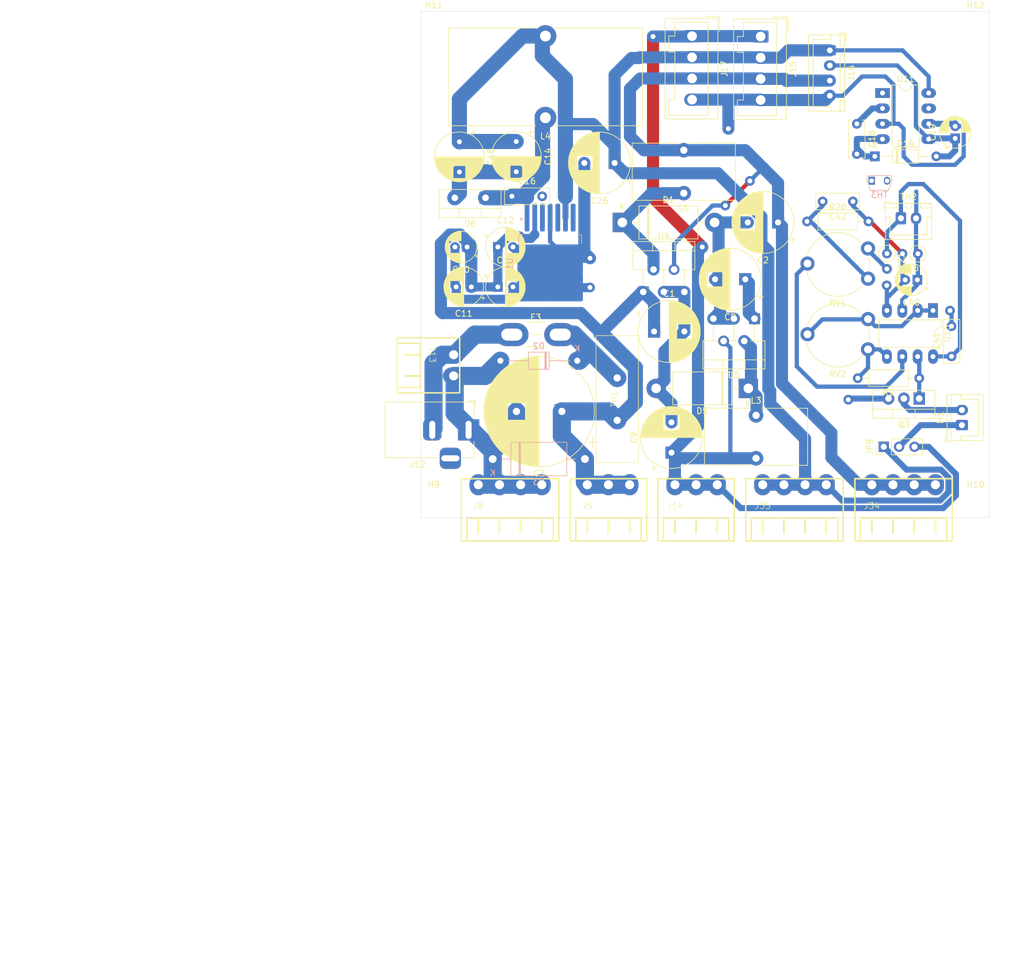
<source format=kicad_pcb>
(kicad_pcb
	(version 20240108)
	(generator "pcbnew")
	(generator_version "8.0")
	(general
		(thickness 1.6)
		(legacy_teardrops no)
	)
	(paper "A4")
	(layers
		(0 "F.Cu" signal)
		(1 "In1.Cu" signal)
		(2 "In2.Cu" signal)
		(31 "B.Cu" signal)
		(32 "B.Adhes" user "B.Adhesive")
		(33 "F.Adhes" user "F.Adhesive")
		(34 "B.Paste" user)
		(35 "F.Paste" user)
		(36 "B.SilkS" user "B.Silkscreen")
		(37 "F.SilkS" user "F.Silkscreen")
		(38 "B.Mask" user)
		(39 "F.Mask" user)
		(40 "Dwgs.User" user "User.Drawings")
		(41 "Cmts.User" user "User.Comments")
		(42 "Eco1.User" user "User.Eco1")
		(43 "Eco2.User" user "User.Eco2")
		(44 "Edge.Cuts" user)
		(45 "Margin" user)
		(46 "B.CrtYd" user "B.Courtyard")
		(47 "F.CrtYd" user "F.Courtyard")
		(48 "B.Fab" user)
		(49 "F.Fab" user)
		(50 "User.1" user)
		(51 "User.2" user)
		(52 "User.3" user)
		(53 "User.4" user)
		(54 "User.5" user)
		(55 "User.6" user)
		(56 "User.7" user)
		(57 "User.8" user)
		(58 "User.9" user)
	)
	(setup
		(stackup
			(layer "F.SilkS"
				(type "Top Silk Screen")
			)
			(layer "F.Paste"
				(type "Top Solder Paste")
			)
			(layer "F.Mask"
				(type "Top Solder Mask")
				(thickness 0.01)
			)
			(layer "F.Cu"
				(type "copper")
				(thickness 0.035)
			)
			(layer "dielectric 1"
				(type "prepreg")
				(thickness 0.1)
				(material "FR4")
				(epsilon_r 4.5)
				(loss_tangent 0.02)
			)
			(layer "In1.Cu"
				(type "copper")
				(thickness 0.035)
			)
			(layer "dielectric 2"
				(type "core")
				(thickness 1.24)
				(material "FR4")
				(epsilon_r 4.5)
				(loss_tangent 0.02)
			)
			(layer "In2.Cu"
				(type "copper")
				(thickness 0.035)
			)
			(layer "dielectric 3"
				(type "prepreg")
				(thickness 0.1)
				(material "FR4")
				(epsilon_r 4.5)
				(loss_tangent 0.02)
			)
			(layer "B.Cu"
				(type "copper")
				(thickness 0.035)
			)
			(layer "B.Mask"
				(type "Bottom Solder Mask")
				(thickness 0.01)
			)
			(layer "B.Paste"
				(type "Bottom Solder Paste")
			)
			(layer "B.SilkS"
				(type "Bottom Silk Screen")
				(color "Red")
			)
			(copper_finish "None")
			(dielectric_constraints no)
		)
		(pad_to_mask_clearance 0)
		(allow_soldermask_bridges_in_footprints no)
		(pcbplotparams
			(layerselection 0x00010fc_ffffffff)
			(plot_on_all_layers_selection 0x0000000_00000000)
			(disableapertmacros no)
			(usegerberextensions no)
			(usegerberattributes yes)
			(usegerberadvancedattributes yes)
			(creategerberjobfile yes)
			(dashed_line_dash_ratio 12.000000)
			(dashed_line_gap_ratio 3.000000)
			(svgprecision 4)
			(plotframeref no)
			(viasonmask no)
			(mode 1)
			(useauxorigin no)
			(hpglpennumber 1)
			(hpglpenspeed 20)
			(hpglpendiameter 15.000000)
			(pdf_front_fp_property_popups yes)
			(pdf_back_fp_property_popups yes)
			(dxfpolygonmode yes)
			(dxfimperialunits yes)
			(dxfusepcbnewfont yes)
			(psnegative no)
			(psa4output no)
			(plotreference yes)
			(plotvalue yes)
			(plotfptext yes)
			(plotinvisibletext no)
			(sketchpadsonfab no)
			(subtractmaskfromsilk no)
			(outputformat 1)
			(mirror no)
			(drillshape 1)
			(scaleselection 1)
			(outputdirectory "")
		)
	)
	(net 0 "")
	(net 1 "+5V")
	(net 2 "+24V filtered")
	(net 3 "GND")
	(net 4 "+3V3")
	(net 5 "+12V")
	(net 6 "Net-(D6-K)")
	(net 7 "Net-(U1-BOOT)")
	(net 8 "Net-(U11-CAP+)")
	(net 9 "Net-(D14-K)")
	(net 10 "-5V")
	(net 11 "Net-(D1-K)")
	(net 12 "Net-(D2-K)")
	(net 13 "Net-(D5-K)")
	(net 14 "+BATT")
	(net 15 "unconnected-(U1-EN-Pad7)")
	(net 16 "unconnected-(U1-NC-Pad5)")
	(net 17 "unconnected-(U11-OSC-Pad7)")
	(net 18 "unconnected-(U11-NC-Pad1)")
	(net 19 "Net-(U15A-+)")
	(net 20 "Net-(C42-Pad2)")
	(net 21 "Net-(JP8-C)")
	(net 22 "Net-(M1--)")
	(net 23 "Net-(Q3-G)")
	(net 24 "Net-(U15B-+)")
	(net 25 "Net-(R21-Pad2)")
	(net 26 "Net-(U15B--)")
	(net 27 "Net-(U15A--)")
	(footprint "Capacitor_THT:CP_Radial_D10.0mm_P5.00mm" (layer "F.Cu") (at 129.286 109.061993 90))
	(footprint "Capacitor_THT:CP_Radial_D10.0mm_P5.00mm" (layer "F.Cu") (at 126.410323 89.040962))
	(footprint "Diode_THT:D_DO-201AD_P15.24mm_Horizontal" (layer "F.Cu") (at 141.986 98.438962 180))
	(footprint "Potentiometer_THT:Potentiometer_Piher_PT-10-V10_Vertical" (layer "F.Cu") (at 161.757499 75.306462 180))
	(footprint "Connector_JST:JST_XH_B2B-XH-A_1x02_P2.50mm_Vertical" (layer "F.Cu") (at 177.275 104.514962 90))
	(footprint "Potentiometer_THT:Potentiometer_Piher_PT-10-V10_Vertical" (layer "F.Cu") (at 161.757499 86.990462 180))
	(footprint "Capacitor_THT:C_Disc_D6.0mm_W2.5mm_P5.00mm" (layer "F.Cu") (at 159.9057 54.702937 -90))
	(footprint "Package_TO_SOT_THT:TO-220-5_P3.4x3.7mm_StaggerOdd_Lead3.8mm_Vertical" (layer "F.Cu") (at 124.616 82.489962))
	(footprint "Resistor_THT:R_Axial_DIN0207_L6.3mm_D2.5mm_P2.54mm_Vertical" (layer "F.Cu") (at 169.994499 76.178462 180))
	(footprint "Package_TO_SOT_THT:TO-220-3_Vertical" (layer "F.Cu") (at 170.219499 100.125462 180))
	(footprint "Capacitor_THT:CP_Radial_D6.3mm_P2.50mm" (layer "F.Cu") (at 100.592664 75.064811))
	(footprint "MountingHole:MountingHole_2mm" (layer "F.Cu") (at 179.526 38.284962))
	(footprint "Package_DIP:DIP-8_W7.62mm_LongPads" (layer "F.Cu") (at 172.495499 85.561462 -90))
	(footprint "MountingHole:MountingHole_2mm" (layer "F.Cu") (at 90.026 117.534962))
	(footprint "custom-footprints1:WAGO 734-164 Print-Stiftleiste, Mini, RM 3,5, gewinkelt, 4-polig" (layer "F.Cu") (at 97.366 114.367462))
	(footprint "Capacitor_THT:CP_Radial_D18.0mm_P7.50mm"
		(layer "F.Cu")
		(uuid "3e12b180-088b-46cd-b5c6-9617c716b1a6")
		(at 111.17378 102.248962 180)
		(descr "CP, Radial series, Radial, pin pitch=7.50mm, , diameter=18mm, Electrolytic Capacitor")
		(tags "CP Radial series Radial pin pitch 7.50mm  diameter 18mm Electrolytic Capacitor")
		(property "Reference" "C3"
			(at 3.75 -10.25 0)
			(layer "F.SilkS")
			(uuid "c0dbac4b-d18d-44e0-abe6-6b3f876fe509")
			(effects
				(font
					(size 1 1)
					(thickness 0.15)
				)
			)
		)
		(property "Value" "2200uf"
			(at 3.75 10.25 0)
			(layer "F.Fab")
			(uuid "1f7d7bb5-f802-471e-8ae7-4e1a80563b95")
			(effects
				(font
					(size 1 1)
					(thickness 0.15)
				)
			)
		)
		(property "Footprint" "Capacitor_THT:CP_Radial_D18.0mm_P7.50mm"
			(at 0 0 180)
			(unlocked yes)
			(layer "F.Fab")
			(hide yes)
			(uuid "cd037e7c-88f5-4614-9539-47ece2e39e2f")
			(effects
				(font
					(size 1.27 1.27)
					(thickness 0.15)
				)
			)
		)
		(property "Datasheet" "https://www.reichelt.com/be/en/shop/product/elko_2200_f_35_v_105_c-166415"
			(at 0 0 180)
			(unlocked yes)
			(layer "F.Fab")
			(hide yes)
			(uuid "09c9c45c-cd56-4403-bd81-cc88382ef4e9")
			(effects
				(font
					(size 1.27 1.27)
					(thickness 0.15)
				)
			)
		)
		(property "Description" "Polarized capacitor"
			(at 0 0 180)
			(unlocked yes)
			(layer "F.Fab")
			(hide yes)
			(uuid "114210ba-bd57-4105-96f8-5187314aacb0")
			(effects
				(font
					(size 1.27 1.27)
					(thickness 0.15)
				)
			)
		)
		(property ki_fp_filters "CP_*")
		(path "/16680157-dcc5-42d4-8ccc-a59b4c4006fd")
		(sheetname "Root")
		(sheetfile "power-supply-board_v1.0.kicad_sch")
		(attr through_hole)
		(fp_line
			(start 12.87 -0.04)
			(end 12.87 0.04)
			(stroke
				(width 0.12)
				(type solid)
			)
			(layer "F.SilkS")
			(uuid "87732204-ffd3-4010-92fe-e84d597261db")
		)
		(fp_line
			(start 12.83 -0.814)
			(end 12.83 0.814)
			(stroke
				(width 0.12)
				(type solid)
			)
			(layer "F.SilkS")
			(uuid "18f893c9-7fff-4554-a0a6-9513f8452e28")
		)
		(fp_line
			(start 12.79 -1.166)
			(end 12.79 1.166)
			(stroke
				(width 0.12)
				(type solid)
			)
			(layer "F.SilkS")
			(uuid "2b52467b-0cfb-4412-b0ac-068e45849888")
		)
		(fp_line
			(start 12.75 -1.435)
			(end 12.75 1.435)
			(stroke
				(width 0.12)
				(type solid)
			)
			(layer "F.SilkS")
			(uuid "34e20984-e432-4254-860c-82b93de5475e")
		)
		(fp_line
			(start 12.71 -1.661)
			(end 12.71 1.661)
			(stroke
				(width 0.12)
				(type solid)
			)
			(layer "F.SilkS")
			(uuid "9e5473ed-98ba-43aa-9d6a-8eaabc33a9dc")
		)
		(fp_line
			(start 12.67 -1.86)
			(end 12.67 1.86)
			(stroke
				(width 0.12)
				(type solid)
			)
			(layer "F.SilkS")
			(uuid "08c8f39a-99ff-4afd-b845-1d83a6340213")
		)
		(fp_line
			(start 12.63 -2.039)
			(end 12.63 2.039)
			(stroke
				(width 0.12)
				(type solid)
			)
			(layer "F.SilkS")
			(uuid "d5eaf986-9534-4524-ad49-665dbecfec0f")
		)
		(fp_line
			(start 12.59 -2.203)
			(end 12.59 2.203)
			(stroke
				(width 0.12)
				(type solid)
			)
			(layer "F.SilkS")
			(uuid "5cf0b090-f6b4-43c7-a6ce-0f71cd8210ee")
		)
		(fp_line
			(start 12.55 -2.355)
			(end 12.55 2.355)
			(stroke
				(width 0.12)
				(type solid)
			)
			(layer "F.SilkS")
			(uuid "8e66bac3-0b2f-40ec-8c73-97c7d6b2f138")
		)
		(fp_line
			(start 12.51 -2.498)
			(end 12.51 2.498)
			(stroke
				(width 0.12)
				(type solid)
			)
			(layer "F.SilkS")
			(uuid "66bbea31-836a-4c65-9a2d-0d3a29f8dc12")
		)
		(fp_line
			(start 12.47 -2.632)
			(end 12.47 2.632)
			(stroke
				(width 0.12)
				(type solid)
			)
			(layer "F.SilkS")
			(uuid "633c10e5-f6ae-42eb-b5a5-18a2e88ec3af")
		)
		(fp_line
			(start 12.43 -2.759)
			(end 12.43 2.759)
			(stroke
				(width 0.12)
				(type solid)
			)
			(layer "F.SilkS")
			(uuid "5c14d289-cf82-40f2-ae41-fa734da4dc2a")
		)
		(fp_line
			(start 12.39 -2.88)
			(end 12.39 2.88)
			(stroke
				(width 0.12)
				(type solid)
			)
			(layer "F.SilkS")
			(uuid "92d777da-31b2-4188-88bd-b48da7e6abd8")
		)
		(fp_line
			(start 12.35 -2.996)
			(end 12.35 2.996)
			(stroke
				(width 0.12)
				(type solid)
			)
			(layer "F.SilkS")
			(uuid "107af9bb-841b-4c31-9fac-3060a5bfa1b6")
		)
		(fp_line
			(start 12.31 -3.107)
			(end 12.31 3.107)
			(stroke
				(width 0.12)
				(type solid)
			)
			(layer "F.SilkS")
			(uuid "9396642f-f979-4d78-bd91-7a436359d103")
		)
		(fp_line
			(start 12.27 -3.214)
			(end 12.27 3.214)
			(stroke
				(width 0.12)
				(type solid)
			)
			(layer "F.SilkS")
			(uuid "7a28f269-c130-4a30-a607-7c6287357369")
		)
		(fp_line
			(start 12.23 -3.317)
			(end 12.23 3.317)
			(stroke
				(width 0.12)
				(type solid)
			)
			(layer "F.SilkS")
			(uuid "156f2bc4-880c-4c21-8655-9d32c230dad4")
		)
		(fp_line
			(start 12.19 -3.416)
			(end 12.19 3.416)
			(stroke
				(width 0.12)
				(type solid)
			)
			(layer "F.SilkS")
			(uuid "63c8fd17-e6c3-478f-ad62-b0bb53559406")
		)
		(fp_line
			(start 12.15 -3.512)
			(end 12.15 3.512)
			(stroke
				(width 0.12)
				(type solid)
			)
			(layer "F.SilkS")
			(uuid "639c7f9b-f812-46a4-b756-7753f6943a6f")
		)
		(fp_line
			(start 12.11 -3.605)
			(end 12.11 3.605)
			(stroke
				(width 0.12)
				(type solid)
			)
			(layer "F.SilkS")
			(uuid "134d240f-7cb0-4052-9ccf-efb724369b7f")
		)
		(fp_line
			(start 12.07 -3.696)
			(end 12.07 3.696)
			(stroke
				(width 0.12)
				(type solid)
			)
			(layer "F.SilkS")
			(uuid "bf388105-023e-4a71-bbdb-3b21c9fcd2cc")
		)
		(fp_line
			(start 12.03 -3.784)
			(end 12.03 3.784)
			(stroke
				(width 0.12)
				(type solid)
			)
			(layer "F.SilkS")
			(uuid "49aa2ba0-ba19-4ea1-a70a-173a6f627315")
		)
		(fp_line
			(start 11.99 -3.869)
			(end 11.99 3.869)
			(stroke
				(width 0.12)
				(type solid)
			)
			(layer "F.SilkS")
			(uuid "679bfa39-c021-436e-b2f6-eef91e7a3433")
		)
		(fp_line
			(start 11.95 -3.952)
			(end 11.95 3.952)
			(stroke
				(width 0.12)
				(type solid)
			)
			(layer "F.SilkS")
			(uuid "f874119e-1338-4beb-b6c9-42b4db275c1b")
		)
		(fp_line
			(start 11.911 -4.033)
			(end 11.911 4.033)
			(stroke
				(width 0.12)
				(type solid)
			)
			(layer "F.SilkS")
			(uuid "009a31cf-7161-4030-9ee2-4ee6c8662a63")
		)
		(fp_line
			(start 11.871 -4.113)
			(end 11.871 4.113)
			(stroke
				(width 0.12)
				(type solid)
			)
			(layer "F.SilkS")
			(uuid "68b92ccc-7298-4ad5-a9de-6f696f4ebe2e")
		)
		(fp_line
			(start 11.831 -4.19)
			(end 11.831 4.19)
			(stroke
				(width 0.12)
				(type solid)
			)
			(layer "F.SilkS")
			(uuid "b62a9674-bd46-40fc-859a-9a51e479b097")
		)
		(fp_line
			(start 11.791 -4.265)
			(end 11.791 4.265)
			(stroke
				(width 0.12)
				(type solid)
			)
			(layer "F.SilkS")
			(uuid "f11c470d-142c-4357-900e-889b10e3b0e2")
		)
		(fp_line
			(start 11.751 -4.339)
			(end 11.751 4.339)
			(stroke
				(width 0.12)
				(type solid)
			)
			(layer "F.SilkS")
			(uuid "79a89223-4ff2-4771-ae1e-e5445b213450")
		)
		(fp_line
			(start 11.711 -4.412)
			(end 11.711 4.412)
			(stroke
				(width 0.12)
				(type solid)
			)
			(layer "F.SilkS")
			(uuid "69c80908-15c1-45f1-963f-161843f95dae")
		)
		(fp_line
			(start 11.671 -4.482)
			(end 11.671 4.482)
			(stroke
				(width 0.12)
				(type solid)
			)
			(layer "F.SilkS")
			(uuid "61eb03dd-9121-4df5-b679-96e9e3201ddb")
		)
		(fp_line
			(start 11.631 -4.552)
			(end 11.631 4.552)
			(stroke
				(width 0.12)
				(type solid)
			)
			(layer "F.SilkS")
			(uuid "85657168-bb18-4c0a-8a63-b4550fb338d3")
		)
		(fp_line
			(start 11.591 -4.62)
			(end 11.591 4.62)
			(stroke
				(width 0.12)
				(type solid)
			)
			(layer "F.SilkS")
			(uuid "d1919cf1-2f90-4aae-9ff8-2b0cf3ae94c7")
		)
		(fp_line
			(start 11.551 -4.686)
			(end 11.551 4.686)
			(stroke
				(width 0.12)
				(type solid)
			)
			(layer "F.SilkS")
			(uuid "1b9f95c8-f1a1-4629-933b-721de8d1b6c5")
		)
		(fp_line
			(start 11.511 -4.752)
			(end 11.511 4.752)
			(stroke
				(width 0.12)
				(type solid)
			)
			(layer "F.SilkS")
			(uuid "993aa706-ff59-43f8-b67b-ed16a60e5af1")
		)
		(fp_line
			(start 11.471 -4.816)
			(end 11.471 4.816)
			(stroke
				(width 0.12)
				(type solid)
			)
			(layer "F.SilkS")
			(uuid "60b6545d-49ea-46d3-ae2b-173dc1fa629f")
		)
		(fp_line
			(start 11.431 -4.879)
			(end 11.431 4.879)
			(stroke
				(width 0.12)
				(type solid)
			)
			(layer "F.SilkS")
			(uuid "facb3d3e-da56-434a-87aa-17d6414bb483")
		)
		(fp_line
			(start 11.391 -4.941)
			(end 11.391 4.941)
			(stroke
				(width 0.12)
				(type solid)
			)
			(layer "F.SilkS")
			(uuid "b89baaeb-06f3-4b71-a51f-ce7608b7262c")
		)
		(fp_line
			(start 11.351 -5.002)
			(end 11.351 5.002)
			(stroke
				(width 0.12)
				(type solid)
			)
			(layer "F.SilkS")
			(uuid "654033ae-c772-46c1-8f60-aa0ddceff74f")
		)
		(fp_line
			(start 11.311 -5.062)
			(end 11.311 5.062)
			(stroke
				(width 0.12)
				(type solid)
			)
			(layer "F.SilkS")
			(uuid "3d8d106b-7617-4f47-894a-2fcf412deb28")
		)
		(fp_line
			(start 11.271 -5.12)
			(end 11.271 5.12)
			(stroke
				(width 0.12)
				(type solid)
			)
			(layer "F.SilkS")
			(uuid "917cfe1d-449c-4d88-9a36-1b6375a11292")
		)
		(fp_line
			(start 11.231 -5.178)
			(end 11.231 5.178)
			(stroke
				(width 0.12)
				(type solid)
			)
			(layer "F.SilkS")
			(uuid "b6ae342f-1414-41ce-9a18-48302253d4b6")
		)
		(fp_line
			(start 11.191 -5.235)
			(end 11.191 5.235)
			(stroke
				(width 0.12)
				(type solid)
			)
			(layer "F.SilkS")
			(uuid "bc8af6b4-79f1-494c-8965-f72d1712ff8d")
		)
		(fp_line
			(start 11.151 -5.291)
			(end 11.151 5.291)
			(stroke
				(width 0.12)
				(type solid)
			)
			(layer "F.SilkS")
			(uuid "c57da7f0-a0a1-4185-9736-606dde94bfba")
		)
		(fp_line
			(start 11.111 -5.346)
			(end 11.111 5.346)
			(stroke
				(width 0.12)
				(type solid)
			)
			(layer "F.SilkS")
			(uuid "78dca952-4881-45e1-b643-4d2635200164")
		)
		(fp_line
			(start 11.071 -5.4)
			(end 11.071 5.4)
			(stroke
				(width 0.12)
				(type solid)
			)
			(layer "F.SilkS")
			(uuid "40e64ece-fc2d-42b2-9393-bfa48699e8b8")
		)
		(fp_line
			(start 11.031 -5.454)
			(end 11.031 5.454)
			(stroke
				(width 0.12)
				(type solid)
			)
			(layer "F.SilkS")
			(uuid "6e09a86b-dac4-49d6-9337-5fc49b3660d4")
		)
		(fp_line
			(start 10.991 -5.506)
			(end 10.991 5.506)
			(stroke
				(width 0.12)
				(type solid)
			)
			(layer "F.SilkS")
			(uuid "b34076ba-db21-4594-b738-d0b13ffce101")
		)
		(fp_line
			(start 10.951 -5.558)
			(end 10.951 5.558)
			(stroke
				(width 0.12)
				(type solid)
			)
			(layer "F.SilkS")
			(uuid "5abeba6d-99f5-4835-9edf-79f8cad35e91")
		)
		(fp_line
			(start 10.911 -5.609)
			(end 10.911 5.609)
			(stroke
				(width 0.12)
				(type solid)
			)
			(layer "F.SilkS")
			(uuid "6f8c8657-bd2a-48b5-8884-60099a095c02")
		)
		(fp_line
			(start 10.871 -5.66)
			(end 10.871 5.66)
			(stroke
				(width 0.12)
				(type solid)
			)
			(layer "F.SilkS")
			(uuid "e934523f-25a6-4501-b3d2-f714d731456a")
		)
		(fp_line
			(start 10.831 -5.709)
			(end 10.831 5.709)
			(stroke
				(width 0.12)
				(type solid)
			)
			(layer "F.SilkS")
			(uuid "eda7762a-c878-497d-b3d4-f14afd812a43")
		)
		(fp_line
			(start 10.791 -5.758)
			(end 10.791 5.758)
			(stroke
				(width 0.12)
				(type solid)
			)
			(layer "F.SilkS")
			(uuid "6788cc1c-365c-473d-a651-fa3a3cd31605")
		)
		(fp_line
			(start 10.751 -5.806)
			(end 10.751 5.806)
			(stroke
				(width 0.12)
				(type solid)
			)
			(layer "F.SilkS")
			(uuid "eec49bf0-2786-4624-b041-cb07a3b55cb0")
		)
		(fp_line
			(start 10.711 -5.854)
			(end 10.711 5.854)
			(stroke
				(width 0.12)
				(type solid)
			)
			(layer "F.SilkS")
			(uuid "40734991-1229-4ba7-82e1-930ec8e06f53")
		)
		(fp_line
			(start 10.671 -5.901)
			(end 10.671 5.901)
			(stroke
				(width 0.12)
				(type solid)
			)
			(layer "F.SilkS")
			(uuid "bcc470ec-95c0-4d68-8773-b1df105ec597")
		)
		(fp_line
			(start 10.631 -5.947)
			(end 10.631 5.947)
			(stroke
				(width 0.12)
				(type solid)
			)
			(layer "F.SilkS")
			(uuid "606b598a-d158-4304-8302-7e37f8b16422")
		)
		(fp_line
			(start 10.591 -5.993)
			(end 10.591 5.993)
			(stroke
				(width 0.12)
				(type solid)
			)
			(layer "F.SilkS")
			(uuid "7ce9d763-02f0-4f55-b389-f5260ed4fc01")
		)
		(fp_line
			(start 10.551 -6.038)
			(end 10.551 6.038)
			(stroke
				(width 0.12)
				(type solid)
			)
			(layer "F.SilkS")
			(uuid "272f7474-49f0-4091-92a8-8bc92ea6bb27")
		)
		(fp_line
			(start 10.511 -6.082)
			(end 10.511 6.082)
			(stroke
				(width 0.12)
				(type solid)
			)
			(layer "F.SilkS")
			(uuid "40d02709-a73d-46a8-b089-efda960c47b5")
		)
		(fp_line
			(start 10.471 -6.126)
			(end 10.471 6.126)
			(stroke
				(width 0.12)
				(type solid)
			)
			(layer "F.SilkS")
			(uuid "0ac0947b-1ef4-4a93-b71b-f8918f3d2522")
		)
		(fp_line
			(start 10.431 -6.17)
			(end 10.431 6.17)
			(stroke
				(width 0.12)
				(type solid)
			)
			(layer "F.SilkS")
			(uuid "f97f9a86-9e66-4626-93b4-9685db6a25d1")
		)
		(fp_line
			(start 10.391 -6.212)
			(end 10.391 6.212)
			(stroke
				(width 0.12)
				(type solid)
			)
			(layer "F.SilkS")
			(uuid "805972d7-afe1-40a0-bb47-68606c29d720")
		)
		(fp_line
			(start 10.351 -6.254)
			(end 10.351 6.254)
			(stroke
				(width 0.12)
				(type solid)
			)
			(layer "F.SilkS")
			(uuid "1f066cf5-19e7-4f7e-8c2d-1da9b1ac772e")
		)
		(fp_line
			(start 10.311 -6.296)
			(end 10.311 6.296)
			(stroke
				(width 0.12)
				(type solid)
			)
			(layer "F.SilkS")
			(uuid "5990a540-91d4-4253-a55d-d15de76959aa")
		)
		(fp_line
			(start 10.271 -6.337)
			(end 10.271 6.337)
			(stroke
				(width 0.12)
				(type solid)
			)
			(layer "F.SilkS")
			(uuid "c6471c83-4564-4785-9850-11ec897ddc32")
		)
		(fp_line
			(start 10.231 -6.378)
			(end 10.231 6.378)
			(stroke
				(width 0.12)
				(type solid)
			)
			(layer "F.SilkS")
			(uuid "3f0a6a83-a2c7-4929-8247-de925c70a1ed")
		)
		(fp_line
			(start 10.191 -6.418)
			(end 10.191 6.418)
			(stroke
				(width 0.12)
				(type solid)
			)
			(layer "F.SilkS")
			(uuid "33a09585-b30a-4f7d-ad89-08d483af1556")
		)
		(fp_line
			(start 10.151 -6.458)
			(end 10.151 6.458)
			(stroke
				(width 0.12)
				(type solid)
			)
			(layer "F.SilkS")
			(uuid "e10e3c2f-b419-40ba-82ac-94f1498f6b1b")
		)
		(fp_line
			(start 10.111 -6.497)
			(end 10.111 6.497)
			(stroke
				(width 0.12)
				(type solid)
			)
			(layer "F.SilkS")
			(uuid "3e131344-62f2-4300-9cad-cac26ecab5a4")
		)
		(fp_line
			(start 10.071 -6.536)
			(end 10.071 6.536)
			(stroke
				(width 0.12)
				(type solid)
			)
			(layer "F.SilkS")
			(uuid "d0704bee-edb1-4ee0-b859-db3cd8e59619")
		)
		(fp_line
			(start 10.031 -6.574)
			(end 10.031 6.574)
			(stroke
				(width 0.12)
				(type solid)
			)
			(layer "F.SilkS")
			(uuid "bd712cbe-e5a4-4a45-a920-286373b41ed9")
		)
		(fp_line
			(start 9.991 -6.612)
			(end 9.991 6.612)
			(stroke
				(width 0.12)
				(type solid)
			)
			(layer "F.SilkS")
			(uuid "7295916e-7649-480b-bb07-2a10dcebf846")
		)
		(fp_line
			(start 9.951 -6.649)
			(end 9.951 6.649)
			(stroke
				(width 0.12)
				(type solid)
			)
			(layer "F.SilkS")
			(uuid "a9ce0859-503a-4ce6-8349-b505845c88e8")
		)
		(fp_line
			(start 9.911 -6.686)
			(end 9.911 6.686)
			(stroke
				(width 0.12)
				(type solid)
			)
			(layer "F.SilkS")
			(uuid "d3493fd7-5a59-4715-b4b9-376f1fe10e16")
		)
		(fp_line
			(start 9.871 -6.722)
			(end 9.871 6.722)
			(stroke
				(width 0.12)
				(type solid)
			)
			(layer "F.SilkS")
			(uuid "f9ede90f-b7f6-465c-8554-1ea32367ec15")
		)
		(fp_line
			(start 9.831 -6.758)
			(end 9.831 6.758)
			(stroke
				(width 0.12)
				(type solid)
			)
			(layer "F.SilkS")
			(uuid "d219cfed-1e41-4e8f-b0da-13d24868af59")
		)
		(fp_line
			(start 9.791 -6.794)
			(end 9.791 6.794)
			(stroke
				(width 0.12)
				(type solid)
			)
			(layer "F.SilkS")
			(uuid "86244063-b911-4cdb-9809-1602bbe5f33a")
		)
		(fp_line
			(start 9.751 -6.829)
			(end 9.751 6.829)
			(stroke
				(width 0.12)
				(type solid)
			)
			(layer "F.SilkS")
			(uuid "c47a5a1f-6260-4006-b870-3f876d21de9a")
		)
		(fp_line
			(start 9.711 -6.864)
			(end 9.711 6.864)
			(stroke
				(width 0.12)
				(type solid)
			)
			(layer "F.SilkS")
			(uuid "417d6f6f-db62-4697-a791-d569977a0227")
		)
		(fp_line
			(start 9.671 -6.898)
			(end 9.671 6.898)
			(stroke
				(width 0.12)
				(type solid)
			)
			(layer "F.SilkS")
			(uuid "d2e1d4d7-433a-44da-b1d9-54732d940da3")
		)
		(fp_line
			(start 9.631 -6.932)
			(end 9.631 6.932)
			(stroke
				(width 0.12)
				(type solid)
			)
			(layer "F.SilkS")
			(uuid "ac8fea53-69af-47c3-addc-e7849fcec1d5")
		)
		(fp_line
			(start 9.591 -6.965)
			(end 9.591 6.965)
			(stroke
				(width 0.12)
				(type solid)
			)
			(layer "F.SilkS")
			(uuid "280d0d54-2607-4e17-bc2e-0dafeba48237")
		)
		(fp_line
			(start 9.551 -6.999)
			(end 9.551 6.999)
			(stroke
				(width 0.12)
				(type solid)
			)
			(layer "F.SilkS")
			(uuid "485f0433-28e9-48ed-9572-250ed6bd90a2")
		)
		(fp_line
			(start 9.511 -7.031)
			(end 9.511 7.031)
			(stroke
				(width 0.12)
				(type solid)
			)
			(layer "F.SilkS")
			(uuid "613186f3-a82e-491c-89e6-8af02a63d898")
		)
		(fp_line
			(start 9.471 -7.064)
			(end 9.471 7.064)
			(stroke
				(width 0.12)
				(type solid)
			)
			(layer "F.SilkS")
			(uuid "c5a56e8a-89c1-4fa3-8a90-d0133030a7bd")
		)
		(fp_line
			(start 9.431 -7.096)
			(end 9.431 7.096)
			(stroke
				(width 0.12)
				(type solid)
			)
			(layer "F.SilkS")
			(uuid "64504dcd-a071-4695-983a-3b8f29c463bf")
		)
		(fp_line
			(start 9.391 -7.127)
			(end 9.391 7.127)
			(stroke
				(width 0.12)
				(type solid)
			)
			(layer "F.SilkS")
			(uuid "f7631ea9-2245-4882-8b51-151dc21ef3da")
		)
		(fp_line
			(start 9.351 -7.159)
			(end 9.351 7.159)
			(stroke
				(width 0.12)
				(type solid)
			)
			(layer "F.SilkS")
			(uuid "bae1ad61-bebf-4b40-912e-953a14970929")
		)
		(fp_line
			(start 9.311 -7.19)
			(end 9.311 7.19)
			(stroke
				(width 0.12)
				(type solid)
			)
			(layer "F.SilkS")
			(uuid "813ce6d9-beb9-442f-a518-c317ed99c5a6")
		)
		(fp_line
			(start 9.271 -7.22)
			(end 9.271 7.22)
			(stroke
				(width 0.12)
				(type solid)
			)
			(layer "F.SilkS")
			(uuid "fcd691e8-353d-48e2-ae6a-a549344dc7e5")
		)
		(fp_line
			(start 9.231 -7.25)
			(end 9.231 7.25)
			(stroke
				(width 0.12)
				(type solid)
			)
			(layer "F.SilkS")
			(uuid "2e84cb94-3fa5-48fa-b25e-bd814282dd2d")
		)
		(fp_line
			(start 9.191 -7.28)
			(end 9.191 7.28)
			(stroke
				(width 0.12)
				(type solid)
			)
			(layer "F.SilkS")
			(uuid "fe695bb2-629c-4dda-8e9e-8cf1f1aa6123")
		)
		(fp_line
			(start 9.151 -7.31)
			(end 9.151 7.31)
			(stroke
				(width 0.12)
				(type solid)
			)
			(layer "F.SilkS")
			(uuid "f8a90756-7f59-4c36-8db5-7fcae52d223a")
		)
		(fp_line
			(start 9.111 -7.339)
			(end 9.111 7.339)
			(stroke
				(width 0.12)
				(type solid)
			)
			(layer "F.SilkS")
			(uuid "f3584622-4e9e-4f8e-b69f-0d4c887545e5")
		)
		(fp_line
			(start 9.071 -7.368)
			(end 9.071 7.368)
			(stroke
				(width 0.12)
				(type solid)
			)
			(layer "F.SilkS")
			(uuid "07a474f6-b9bc-45ba-b405-bbdf5cb19cce")
		)
		(fp_line
			(start 9.031 -7.397)
			(end 9.031 7.397)
			(stroke
				(width 0.12)
				(type solid)
			)
			(layer "F.SilkS")
			(uuid "01dfe167-9d99-4f96-adea-ec160375eceb")
		)
		(fp_line
			(start 8.991 -7.425)
			(end 8.991 7.425)
			(stroke
				(width 0.12)
				(type solid)
			)
			(layer "F.SilkS")
			(uuid "68fe9128-a0b4-4aa8-8bd7-b5ad82b5a166")
		)
		(fp_line
			(start 8.951 -7.453)
			(end 8.951 7.453)
			(stroke
				(width 0.12)
				(type solid)
			)
			(layer "F.SilkS")
			(uuid "12358abb-ded3-4c73-912b-4f830433466c")
		)
		(fp_line
			(start 8.911 1.44)
			(end 8.911 7.48)
			(stroke
				(width 0.12)
				(type solid)
			)
			(layer "F.SilkS")
			(uuid "143e21af-34fb-4e0a-82f5-ed1fd8e79de9")
		)
		(fp_line
			(start 8.911 -7.48)
			(end 8.911 -1.44)
			(stroke
				(width 0.12)
				(type solid)
			)
			(layer "F.SilkS")
			(uuid "65c35b73-65ad-4521-9312-b870925f47fd")
		)
		(fp_line
			(start 8.871 1.44)
			(end 8.871 7.508)
			(stroke
				(width 0.12)
				(type solid)
			)
			(layer "F.SilkS")
			(uuid "a66d7bd3-dc62-4965-b079-e1e400b307fb")
		)
		(fp_line
			(start 8.871 -7.508)
			(end 8.871 -1.44)
			(stroke
				(width 0.12)
				(type solid)
			)
			(layer "F.SilkS")
			(uuid "acf631b2-04ac-4f4b-90b5-6d7f3f6c9785")
		)
		(fp_line
			(start 8.831 1.44)
			(end 8.831 7.535)
			(stroke
				(width 0.12)
				(type solid)
			)
			(layer "F.SilkS")
			(uuid "ef5853ce-c993-4381-9763-5c0a771b879c")
		)
		(fp_line
			(start 8.831 -7.535)
			(end 8.831 -1.44)
			(stroke
				(width 0.12)
				(type solid)
			)
			(layer "F.SilkS")
			(uuid "9031239c-e690-433b-873f-c543838facc7")
		)
		(fp_line
			(start 8.791 1.44)
			(end 8.791 7.561)
			(stroke
				(width 0.12)
				(type solid)
			)
			(layer "F.SilkS")
			(uuid "c4af9646-bc12-4acf-8e06-ee61db86179b")
		)
		(fp_line
			(start 8.791 -7.561)
			(end 8.791 -1.44)
			(stroke
				(width 0.12)
				(type solid)
			)
			(layer "F.SilkS")
			(uuid "7f2ce89e-5d0b-4c98-b966-c692bd5705cd")
		)
		(fp_line
			(start 8.751 1.44)
			(end 8.751 7.588)
			(stroke
				(width 0.12)
				(type solid)
			)
			(layer "F.SilkS")
			(uuid "a4db1781-58b7-438d-b069-70104c7a704b")
		)
		(fp_line
			(start 8.751 -7.588)
			(end 8.751 -1.44)
			(stroke
				(width 0.12)
				(type solid)
			)
			(layer "F.SilkS")
			(uuid "d88a1950-6989-4282-bccc-a610e2eb6d82")
		)
		(fp_line
			(start 8.711 1.44)
			(end 8.711 7.614)
			(stroke
				(width 0.12)
				(type solid)
			)
			(layer "F.SilkS")
			(uuid "4e954af0-bd72-4693-ad13-560e3399452d")
		)
		(fp_line
			(start 8.711 -7.614)
			(end 8.711 -1.44)
			(stroke
				(width 0.12)
				(type solid)
			)
			(layer "F.SilkS")
			(uuid "7e323a21-370a-4e59-934e-a6848095aaf7")
		)
		(fp_line
			(start 8.671 1.44)
			(end 8.671 7.64)
			(stroke
				(width 0.12)
				(type solid)
			)
			(layer "F.SilkS")
			(uuid "271b0653-bfa2-4373-b88b-1b068ce801e6")
		)
		(fp_line
			(start 8.671 -7.64)
			(end 8.671 -1.44)
			(stroke
				(width 0.12)
				(type solid)
			)
			(layer "F.SilkS")
			(uuid "d4b5da5b-cbc0-4b94-8965-7681095a2ede")
		)
		(fp_line
			(start 8.631 1.44)
			(end 8.631 7.665)
			(stroke
				(width 0.12)
				(type solid)
			)
			(layer "F.SilkS")
			(uuid "75db084e-a9b7-4b12-b5e7-8adc4e168dce")
		)
		(fp_line
			(start 8.631 -7.665)
			(end 8.631 -1.44)
			(stroke
				(width 0.12)
				(type solid)
			)
			(layer "F.SilkS")
			(uuid "fa854a61-4e28-415b-a4d8-679e4723c432")
		)
		(fp_line
			(start 8.591 1.44)
			(end 8.591 7.69)
			(stroke
				(width 0.12)
				(type solid)
			)
			(layer "F.SilkS")
			(uuid "59859241-df3b-4b5d-8dda-3ab4a469e421")
		)
		(fp_line
			(start 8.591 -7.69)
			(end 8.591 -1.44)
			(stroke
				(width 0.12)
				(type solid)
			)
			(layer "F.SilkS")
			(uuid "60f6099f-faf9-4a93-9247-347b8377ab28")
		)
		(fp_line
			(start 8.551 1.44)
			(end 8.551 7.715)
			(stroke
				(width 0.12)
				(type solid)
			)
			(layer "F.SilkS")
			(uuid "358eeeea-d0e5-40a9-ba54-a6a094f3cea4")
		)
		(fp_line
			(start 8.551 -7.715)
			(end 8.551 -1.44)
			(stroke
				(width 0.12)
				(type solid)
			)
			(layer "F.SilkS")
			(uuid "7c87445f-ae30-4970-84f3-400ffc7ef4e5")
		)
		(fp_line
			(start 8.511 1.44)
			(end 8.511 7.74)
			(stroke
				(width 0.12)
				(type solid)
			)
			(layer "F.SilkS")
			(uuid "2334a349-2045-4276-8254-f95df7983e23")
		)
		(fp_line
			(start 8.511 -7.74)
			(end 8.511 -1.44)
			(stroke
				(width 0.12)
				(type solid)
			)
			(layer "F.SilkS")
			(uuid "1eeecdf7-201c-4f34-8c5e-1719f79e7aaf")
		)
		(fp_line
			(start 8.471 1.44)
			(end 8.471 7.764)
			(stroke
				(width 0.12)
				(type solid)
			)
			(layer "F.SilkS")
			(uuid "b2664732-46c8-489d-8d5b-8de9eb04bb8c")
		)
		(fp_line
			(start 8.471 -7.764)
			(end 8.471 -1.44)
			(stroke
				(width 0.12)
				(type solid)
			)
			(layer "F.SilkS")
			(uuid "0439914f-11a3-458a-add8-6bb7c7db44bd")
		)
		(fp_line
			(start 8.431 1.44)
			(end 8.431 7.788)
			(stroke
				(width 0.12)
				(type solid)
			)
			(layer "F.SilkS")
			(uuid "b75bbba8-f53c-4127-a502-344f9ef86ade")
		)
		(fp_line
			(start 8.431 -7.788)
			(end 8.431 -1.44)
			(stroke
				(width 0.12)
				(type solid)
			)
			(layer "F.SilkS")
			(uuid "48dd2d15-4289-40cf-b859-53da2b9de97a")
		)
		(fp_line
			(start 8.391 1.44)
			(end 8.391 7.812)
			(stroke
				(width 0.12)
				(type solid)
			)
			(layer "F.SilkS")
			(uuid "e554e3e1-2b85-4994-90cc-7d65f9496a84")
		)
		(fp_line
			(start 8.391 -7.812)
			(end 8.391 -1.44)
			(stroke
				(width 0.12)
				(type solid)
			)
			(layer "F.SilkS")
			(uuid "c3c6f08c-0958-4661-bea0-bace6a915126")
		)
		(fp_line
			(start 8.351 1.44)
			(end 8.351 7.835)
			(stroke
				(width 0.12)
				(type solid)
			)
			(layer "F.SilkS")
			(uuid "63fed8d4-e8bf-4a3e-97ed-d0f59ebc4ad3")
		)
		(fp_line
			(start 8.351 -7.835)
			(end 8.351 -1.44)
			(stroke
				(width 0.12)
				(type solid)
			)
			(layer "F.SilkS")
			(uuid "7f5276a0-dce5-47e1-9733-2fba09d6ca7e")
		)
		(fp_line
			(start 8.311 1.44)
			(end 8.311 7.859)
			(stroke
				(width 0.12)
				(type solid)
			)
			(layer "F.SilkS")
			(uuid "5dfa5df8-d6de-475e-8625-caed1e21a2d1")
		)
		(fp_line
			(start 8.311 -7.859)
			(end 8.311 -1.44)
			(stroke
				(width 0.12)
				(type solid)
			)
			(layer "F.SilkS")
			(uuid "0bc94a8b-df45-46f2-ab13-871ddc541012")
		)
		(fp_line
			(start 8.271 1.44)
			(end 8.271 7.882)
			(stroke
				(width 0.12)
				(type solid)
			)
			(layer "F.SilkS")
			(uuid "a113a8eb-8c98-441f-97eb-11952d1c9672")
		)
		(fp_line
			(start 8.271 -7.882)
			(end 8.271 -1.44)
			(stroke
				(width 0.12)
				(type solid)
			)
			(layer "F.SilkS")
			(uuid "0d6af61a-c5e8-48f9-9251-fc178e9e8b5b")
		)
		(fp_line
			(start 8.231 1.44)
			(end 8.231 7.904)
			(stroke
				(width 0.12)
				(type solid)
			)
			(layer "F.SilkS")
			(uuid "81ac89fa-0a23-4baf-9a1c-ed2273049598")
		)
		(fp_line
			(start 8.231 -7.904)
			(end 8.231 -1.44)
			(stroke
				(width 0.12)
				(type solid)
			)
			(layer "F.SilkS")
			(uuid "6d1469b4-0a2a-4157-8e69-ed49b34340a3")
		)
		(fp_line
			(start 8.191 1.44)
			(end 8.191 7.927)
			(stroke
				(width 0.12)
				(type solid)
			)
			(layer "F.SilkS")
			(uuid "3d127a5f-c962-4309-935c-515ce8b6cd6a")
		)
		(fp_line
			(start 8.191 -7.927)
			(end 8.191 -1.44)
			(stroke
				(width 0.12)
				(type solid)
			)
			(layer "F.SilkS")
			(uuid "a7d04b13-78e1-48fe-8b87-31bbff537510")
		)
		(fp_line
			(start 8.151 1.44)
			(end 8.151 7.949)
			(stroke
				(width 0.12)
				(type solid)
			)
			(layer "F.SilkS")
			(uuid "854b0851-6519-4b16-86ca-d7768ddd24cc")
		)
		(fp_line
			(start 8.151 -7.949)
			(end 8.151 -1.44)
			(stroke
				(width 0.12)
				(type solid)
			)
			(layer "F.SilkS")
			(uuid "bc0977ce-66ca-45a0-b8df-c1ca0f757d35")
		)
		(fp_line
			(start 8.111 1.44)
			(end 8.111 7.971)
			(stroke
				(width 0.12)
				(type solid)
			)
			(layer "F.SilkS")
			(uuid "416f792c-8bc8-4e58-b2ba-46f0780c3321")
		)
		(fp_line
			(start 8.111 -7.971)
			(end 8.111 -1.44)
			(stroke
				(width 0.12)
				(type solid)
			)
			(layer "F.SilkS")
			(uuid "e175e0e6-2124-47ea-a4cb-8babe54088d1")
		)
		(fp_line
			(start 8.071 1.44)
			(end 8.071 7.992)
			(stroke
				(width 0.12)
				(type solid)
			)
			(layer "F.SilkS")
			(uuid "11f2031a-321f-48a2-9d48-4598d160685d")
		)
		(fp_line
			(start 8.071 -7.992)
			(end 8.071 -1.44)
			(stroke
				(width 0.12)
				(type solid)
			)
			(layer "F.SilkS")
			(uuid "dbe2e48b-9c41-4fdc-9c09-6504a68930d7")
		)
		(fp_line
			(start 8.031 1.44)
			(end 8.031 8.014)
			(stroke
				(width 0.12)
				(type solid)
			)
			(layer "F.SilkS")
			(uuid "a06c48eb-2f71-4e81-a5d9-f0017fbc3cdd")
		)
		(fp_line
			(start 8.031 -8.014)
			(end 8.031 -
... [587114 chars truncated]
</source>
